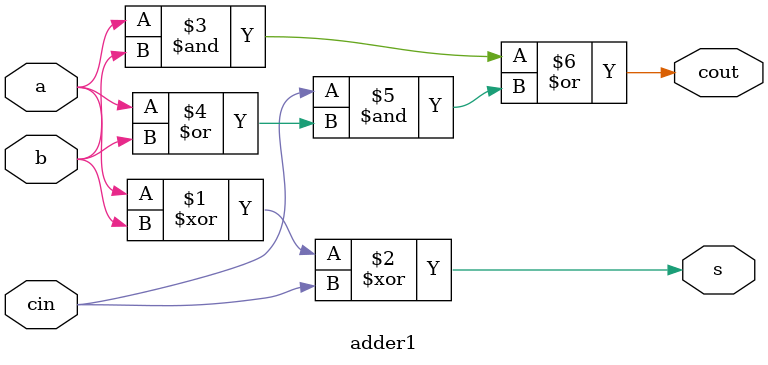
<source format=v>
module adder1(s,cout,a,b,cin);
output s,cout;
input a,b,cin;
/*
xor(t1,a,b,);
xor(s,t1,cin);
and(t2,t1,cin),(t3,a,b);
or(cout,t2,t3);
*/

assign s=a^b^cin;
assign cout=a&b | cin&(a|b);


endmodule


</source>
